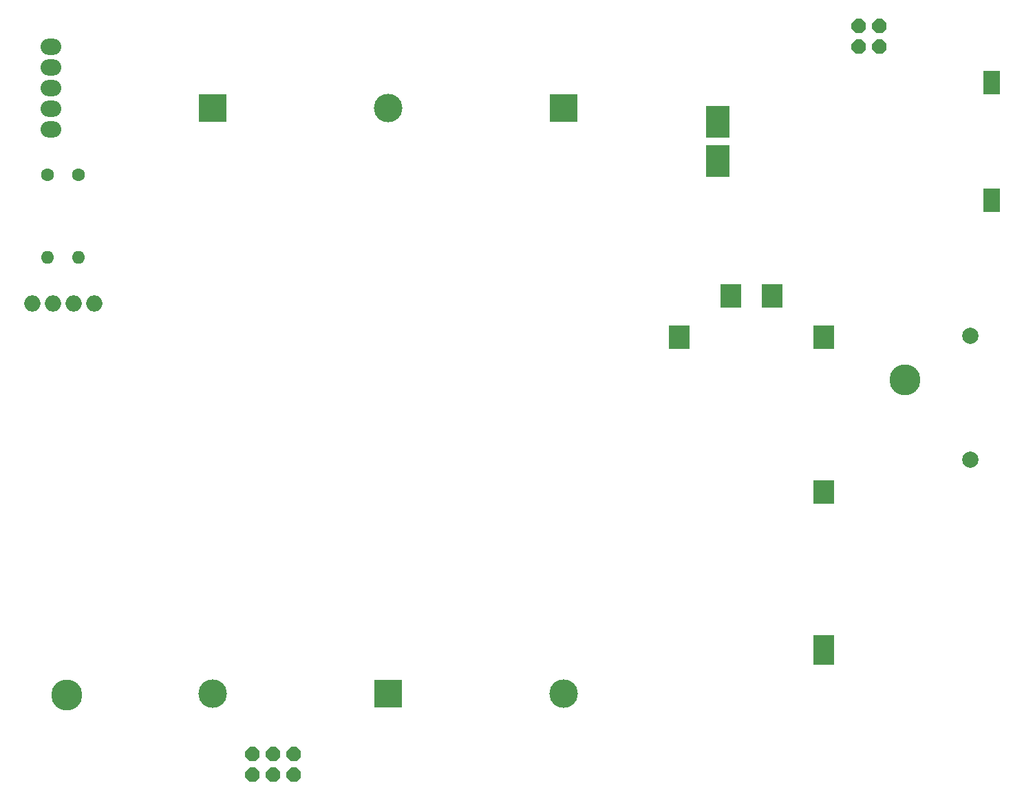
<source format=gbr>
%TF.GenerationSoftware,KiCad,Pcbnew,9.0.0*%
%TF.CreationDate,2025-04-09T21:16:24+03:00*%
%TF.ProjectId,QMX+ Battery + Audio Board,514d582b-2042-4617-9474-657279202b20,rev?*%
%TF.SameCoordinates,Original*%
%TF.FileFunction,Soldermask,Bot*%
%TF.FilePolarity,Negative*%
%FSLAX46Y46*%
G04 Gerber Fmt 4.6, Leading zero omitted, Abs format (unit mm)*
G04 Created by KiCad (PCBNEW 9.0.0) date 2025-04-09 21:16:24*
%MOMM*%
%LPD*%
G01*
G04 APERTURE LIST*
G04 Aperture macros list*
%AMOutline5P*
0 Free polygon, 5 corners , with rotation*
0 The origin of the aperture is its center*
0 number of corners: always 5*
0 $1 to $10 corner X, Y*
0 $11 Rotation angle, in degrees counterclockwise*
0 create outline with 5 corners*
4,1,5,$1,$2,$3,$4,$5,$6,$7,$8,$9,$10,$1,$2,$11*%
%AMOutline6P*
0 Free polygon, 6 corners , with rotation*
0 The origin of the aperture is its center*
0 number of corners: always 6*
0 $1 to $12 corner X, Y*
0 $13 Rotation angle, in degrees counterclockwise*
0 create outline with 6 corners*
4,1,6,$1,$2,$3,$4,$5,$6,$7,$8,$9,$10,$11,$12,$1,$2,$13*%
%AMOutline7P*
0 Free polygon, 7 corners , with rotation*
0 The origin of the aperture is its center*
0 number of corners: always 7*
0 $1 to $14 corner X, Y*
0 $15 Rotation angle, in degrees counterclockwise*
0 create outline with 7 corners*
4,1,7,$1,$2,$3,$4,$5,$6,$7,$8,$9,$10,$11,$12,$13,$14,$1,$2,$15*%
%AMOutline8P*
0 Free polygon, 8 corners , with rotation*
0 The origin of the aperture is its center*
0 number of corners: always 8*
0 $1 to $16 corner X, Y*
0 $17 Rotation angle, in degrees counterclockwise*
0 create outline with 8 corners*
4,1,8,$1,$2,$3,$4,$5,$6,$7,$8,$9,$10,$11,$12,$13,$14,$15,$16,$1,$2,$17*%
G04 Aperture macros list end*
%ADD10R,2.000000X3.000000*%
%ADD11R,3.000000X4.000000*%
%ADD12R,3.500000X3.500000*%
%ADD13C,3.500000*%
%ADD14C,2.000000*%
%ADD15O,2.000000X2.000000*%
%ADD16O,2.540000X2.000000*%
%ADD17C,1.600000*%
%ADD18O,1.600000X1.600000*%
%ADD19R,2.520000X1.551400*%
%ADD20R,2.500000X3.000000*%
%ADD21C,3.810000*%
%ADD22Outline8P,-0.889000X0.368236X-0.368236X0.889000X0.368236X0.889000X0.889000X0.368236X0.889000X-0.368236X0.368236X-0.889000X-0.368236X-0.889000X-0.889000X-0.368236X0.000000*%
%ADD23Outline8P,-0.889000X0.368236X-0.368236X0.889000X0.368236X0.889000X0.889000X0.368236X0.889000X-0.368236X0.368236X-0.889000X-0.368236X-0.889000X-0.889000X-0.368236X270.000000*%
G04 APERTURE END LIST*
D10*
%TO.C,U1*%
X212668500Y-77317500D03*
X212668500Y-62839500D03*
D11*
X178938500Y-67665500D03*
X178938500Y-72491500D03*
%TD*%
D12*
%TO.C,BT3*%
X116840000Y-66000000D03*
D13*
X116840000Y-138000000D03*
%TD*%
D14*
%TO.C,F1*%
X210000000Y-93980000D03*
X210000000Y-109220000D03*
%TD*%
D15*
%TO.C,U2*%
X102284000Y-90028200D03*
X99744000Y-90006100D03*
X94655000Y-90028200D03*
X97204000Y-90006100D03*
%TD*%
D16*
%TO.C,J1*%
X96940000Y-68640000D03*
X96940000Y-66100000D03*
X96940000Y-63560000D03*
X96940000Y-61020000D03*
X96940000Y-58480000D03*
%TD*%
D17*
%TO.C,R2*%
X96520000Y-74236000D03*
D18*
X96520000Y-84396000D03*
%TD*%
D17*
%TO.C,R1*%
X100330000Y-74236000D03*
D18*
X100330000Y-84396000D03*
%TD*%
D19*
%TO.C,BMS1*%
X192010000Y-133750300D03*
D20*
X192000000Y-132240000D03*
X192000000Y-113190000D03*
X192000000Y-94140000D03*
X174220000Y-94140000D03*
X180570000Y-89060000D03*
X185650000Y-89060000D03*
%TD*%
D21*
%TO.C,H4*%
X98840000Y-138172500D03*
%TD*%
%TO.C,H202*%
X201948750Y-99437500D03*
%TD*%
D12*
%TO.C,BT2*%
X138430000Y-138000000D03*
D13*
X138430000Y-66000000D03*
%TD*%
D12*
%TO.C,BT1*%
X160000000Y-66000000D03*
D13*
X160000000Y-138000000D03*
%TD*%
D22*
%TO.C,J2*%
X121700000Y-148010000D03*
X121700000Y-145470000D03*
X124240000Y-148010000D03*
X124240000Y-145470000D03*
X126780000Y-148010000D03*
X126780000Y-145470000D03*
%TD*%
D23*
%TO.C,J3*%
X196312500Y-55940000D03*
X198852500Y-55940000D03*
X196312500Y-58480000D03*
X198852500Y-58480000D03*
%TD*%
M02*

</source>
